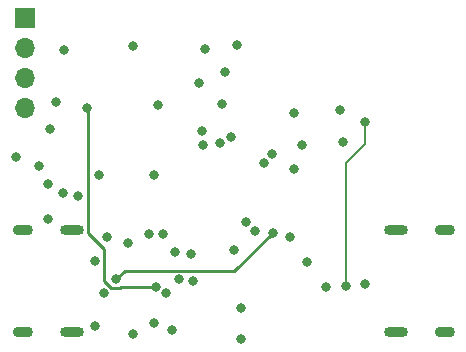
<source format=gbr>
%TF.GenerationSoftware,KiCad,Pcbnew,(6.0.7)*%
%TF.CreationDate,2025-06-10T03:22:09+09:00*%
%TF.ProjectId,AvatarSense,41766174-6172-4536-956e-73652e6b6963,rev?*%
%TF.SameCoordinates,Original*%
%TF.FileFunction,Copper,L3,Inr*%
%TF.FilePolarity,Positive*%
%FSLAX46Y46*%
G04 Gerber Fmt 4.6, Leading zero omitted, Abs format (unit mm)*
G04 Created by KiCad (PCBNEW (6.0.7)) date 2025-06-10 03:22:09*
%MOMM*%
%LPD*%
G01*
G04 APERTURE LIST*
%TA.AperFunction,ComponentPad*%
%ADD10R,1.700000X1.700000*%
%TD*%
%TA.AperFunction,ComponentPad*%
%ADD11O,1.700000X1.700000*%
%TD*%
%TA.AperFunction,ComponentPad*%
%ADD12O,1.700000X0.900000*%
%TD*%
%TA.AperFunction,ComponentPad*%
%ADD13O,2.000000X0.900000*%
%TD*%
%TA.AperFunction,ViaPad*%
%ADD14C,0.800000*%
%TD*%
%TA.AperFunction,Conductor*%
%ADD15C,0.200000*%
%TD*%
%TA.AperFunction,Conductor*%
%ADD16C,0.250000*%
%TD*%
G04 APERTURE END LIST*
D10*
%TO.N,+3V3*%
%TO.C,J1*%
X102275000Y-102200000D03*
D11*
%TO.N,D+*%
X102275000Y-104740000D03*
%TO.N,D-*%
X102275000Y-107280000D03*
%TO.N,BAT-*%
X102275000Y-109820000D03*
%TD*%
D12*
%TO.N,BAT-*%
%TO.C,J3*%
X102135000Y-128820000D03*
D13*
X106305000Y-120180000D03*
D12*
X102135000Y-120180000D03*
D13*
X106305000Y-128820000D03*
%TD*%
D12*
%TO.N,BAT-*%
%TO.C,J2*%
X137865000Y-120180000D03*
D13*
X133695000Y-120180000D03*
X133695000Y-128820000D03*
D12*
X137865000Y-128820000D03*
%TD*%
D14*
%TO.N,+3V3*%
X121750000Y-120250000D03*
X108250000Y-122750000D03*
X116347000Y-122229000D03*
X119248000Y-106778000D03*
%TO.N,BAT-*%
X119000000Y-109500000D03*
X111450000Y-104558000D03*
X117554000Y-104830000D03*
X120250000Y-104500000D03*
%TO.N,RST*%
X108250000Y-128250000D03*
X111450000Y-129000000D03*
X120625000Y-129375000D03*
%TO.N,BAT+*%
X131125000Y-111000000D03*
X129500000Y-124875000D03*
%TO.N,+5V*%
X120625000Y-126750000D03*
X111000000Y-121250000D03*
%TO.N,Net-(JP1-Pad1)*%
X118799500Y-112750000D03*
X117350000Y-113000000D03*
%TO.N,DTR*%
X104250000Y-116253000D03*
%TO.N,RTS*%
X114750000Y-128629500D03*
X107564061Y-109809647D03*
X113416000Y-124941000D03*
%TO.N,GPIO0*%
X113249000Y-128016000D03*
X114000000Y-120500000D03*
X116488000Y-124512000D03*
%TO.N,Net-(R2-Pad1)*%
X129200000Y-112746000D03*
%TO.N,TX*%
X105607000Y-104937000D03*
X104250000Y-119250000D03*
%TO.N,Net-(R4-Pad2)*%
X105500000Y-117000000D03*
X104390000Y-111625000D03*
X127750000Y-125000000D03*
%TO.N,Net-(R5-Pad1)*%
X109250000Y-120750000D03*
X114233000Y-125517000D03*
X104893000Y-109311000D03*
X112806926Y-120525500D03*
X115298000Y-124326000D03*
X103500000Y-114750000D03*
%TO.N,Net-(R14-Pad1)*%
X120000000Y-121818000D03*
X115000000Y-122000000D03*
X122500000Y-114500000D03*
X121000000Y-119500000D03*
%TO.N,SCL*%
X123250000Y-113750000D03*
X109000000Y-125500000D03*
X126160000Y-122868000D03*
X110000000Y-124326000D03*
X123262000Y-120373000D03*
%TO.N,SDA*%
X113579000Y-109553000D03*
X106750000Y-117250000D03*
X125781000Y-113000000D03*
X119750000Y-112250000D03*
X117250000Y-111750000D03*
X124750000Y-120750000D03*
X117000000Y-107750000D03*
X113250000Y-115500000D03*
%TO.N,D-*%
X101523000Y-113937000D03*
X108575000Y-115528000D03*
%TO.N,+1V8*%
X125056000Y-110250000D03*
X125056000Y-115000000D03*
%TO.N,Net-(SW1-Pad1)*%
X131125000Y-124750000D03*
X129000000Y-110000000D03*
%TD*%
D15*
%TO.N,BAT+*%
X129500000Y-114500000D02*
X131125000Y-112875000D01*
X131125000Y-112875000D02*
X131125000Y-111000000D01*
X129500000Y-124875000D02*
X129500000Y-114500000D01*
D16*
%TO.N,RTS*%
X108975000Y-121725000D02*
X107630000Y-120380000D01*
X107630000Y-120380000D02*
X107630000Y-110004289D01*
X107630000Y-109875586D02*
X107564061Y-109809647D01*
X108975000Y-124449695D02*
X108975000Y-121725000D01*
X109576305Y-125051000D02*
X108975000Y-124449695D01*
X107630000Y-110004289D02*
X107630000Y-109875586D01*
X113416000Y-124941000D02*
X110410305Y-124941000D01*
X110410305Y-124941000D02*
X110300305Y-125051000D01*
X110300305Y-125051000D02*
X109576305Y-125051000D01*
%TO.N,SCL*%
X120034000Y-123601000D02*
X123262000Y-120373000D01*
X110000000Y-124326000D02*
X110725000Y-123601000D01*
X110725000Y-123601000D02*
X120034000Y-123601000D01*
%TD*%
M02*

</source>
